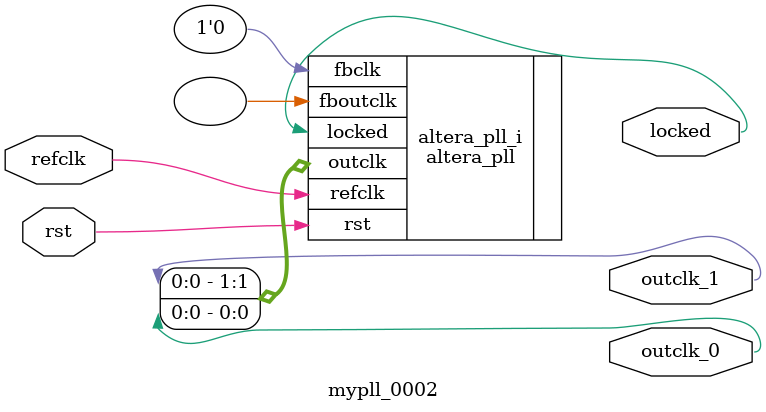
<source format=v>
`timescale 1ns/10ps
module  mypll_0002(

	// interface 'refclk'
	input wire refclk,

	// interface 'reset'
	input wire rst,

	// interface 'outclk0'
	output wire outclk_0,

	// interface 'outclk1'
	output wire outclk_1,

	// interface 'locked'
	output wire locked
);

	altera_pll #(
		.fractional_vco_multiplier("false"),
		.reference_clock_frequency("50.0 MHz"),
		.operation_mode("direct"),
		.number_of_clocks(2),
		.output_clock_frequency0("25.000000 MHz"),
		.phase_shift0("0 ps"),
		.duty_cycle0(50),
		.output_clock_frequency1("25.000000 MHz"),
		.phase_shift1("20000 ps"),
		.duty_cycle1(50),
		.output_clock_frequency2("0 MHz"),
		.phase_shift2("0 ps"),
		.duty_cycle2(50),
		.output_clock_frequency3("0 MHz"),
		.phase_shift3("0 ps"),
		.duty_cycle3(50),
		.output_clock_frequency4("0 MHz"),
		.phase_shift4("0 ps"),
		.duty_cycle4(50),
		.output_clock_frequency5("0 MHz"),
		.phase_shift5("0 ps"),
		.duty_cycle5(50),
		.output_clock_frequency6("0 MHz"),
		.phase_shift6("0 ps"),
		.duty_cycle6(50),
		.output_clock_frequency7("0 MHz"),
		.phase_shift7("0 ps"),
		.duty_cycle7(50),
		.output_clock_frequency8("0 MHz"),
		.phase_shift8("0 ps"),
		.duty_cycle8(50),
		.output_clock_frequency9("0 MHz"),
		.phase_shift9("0 ps"),
		.duty_cycle9(50),
		.output_clock_frequency10("0 MHz"),
		.phase_shift10("0 ps"),
		.duty_cycle10(50),
		.output_clock_frequency11("0 MHz"),
		.phase_shift11("0 ps"),
		.duty_cycle11(50),
		.output_clock_frequency12("0 MHz"),
		.phase_shift12("0 ps"),
		.duty_cycle12(50),
		.output_clock_frequency13("0 MHz"),
		.phase_shift13("0 ps"),
		.duty_cycle13(50),
		.output_clock_frequency14("0 MHz"),
		.phase_shift14("0 ps"),
		.duty_cycle14(50),
		.output_clock_frequency15("0 MHz"),
		.phase_shift15("0 ps"),
		.duty_cycle15(50),
		.output_clock_frequency16("0 MHz"),
		.phase_shift16("0 ps"),
		.duty_cycle16(50),
		.output_clock_frequency17("0 MHz"),
		.phase_shift17("0 ps"),
		.duty_cycle17(50),
		.pll_type("General"),
		.pll_subtype("General")
	) altera_pll_i (
		.rst	(rst),
		.outclk	({outclk_1, outclk_0}),
		.locked	(locked),
		.fboutclk	( ),
		.fbclk	(1'b0),
		.refclk	(refclk)
	);
endmodule


</source>
